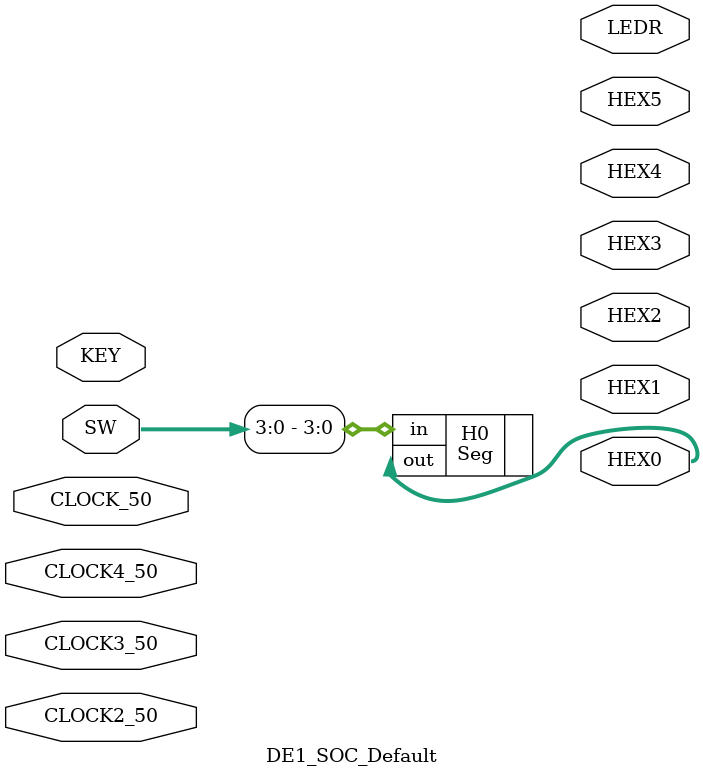
<source format=v>


module DE1_SOC_Default(

	//////////// CLOCK //////////
	input 		          		CLOCK2_50,
	input 		          		CLOCK3_50,
	input 		          		CLOCK4_50,
	input 		          		CLOCK_50,

	//////////// SEG7 //////////
	output		     [6:0]		HEX0,
	output		     [6:0]		HEX1,
	output		     [6:0]		HEX2,
	output		     [6:0]		HEX3,
	output		     [6:0]		HEX4,
	output		     [6:0]		HEX5,

	//////////// KEY //////////
	input 		     [3:0]		KEY,

	//////////// LED //////////
	output		     [9:0]		LEDR,

	//////////// SW //////////
	input 		     [9:0]		SW
);



//=======================================================
//  REG/WIRE declarations
//=======================================================




//=======================================================
//  Structural coding
//=======================================================

Seg H0(.in(SW[3:0]), .out(HEX0));

endmodule

</source>
